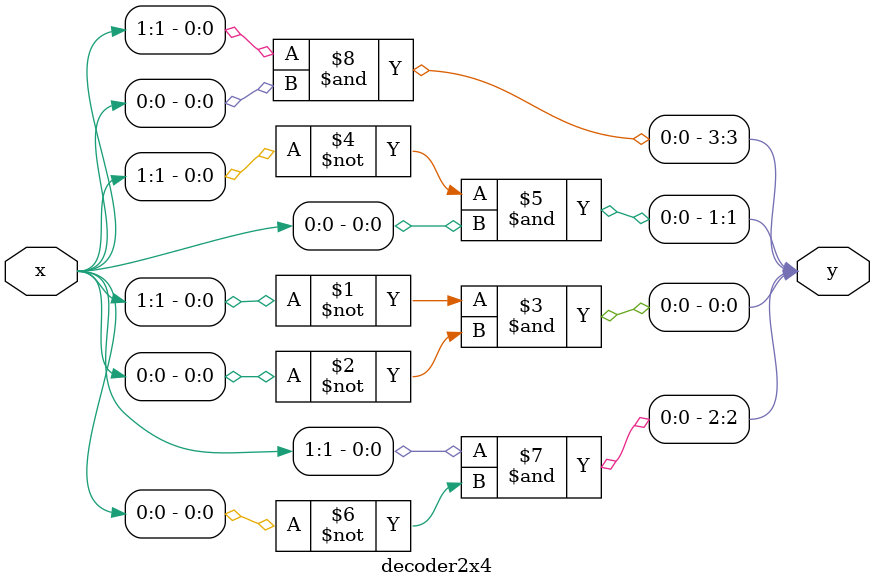
<source format=v>
module decoder2x4(x,y); 
	input  wire [1:0] x;
	output wire [3:0] y;
	
	assign y[0]= (~x[1]) & (~x[0]);
	assign y[1]= (~x[1]) & x[0];
	assign y[2]= x[1] & (~ x[0]);
	assign y[3]= x[1] & x[0];

endmodule 
</source>
